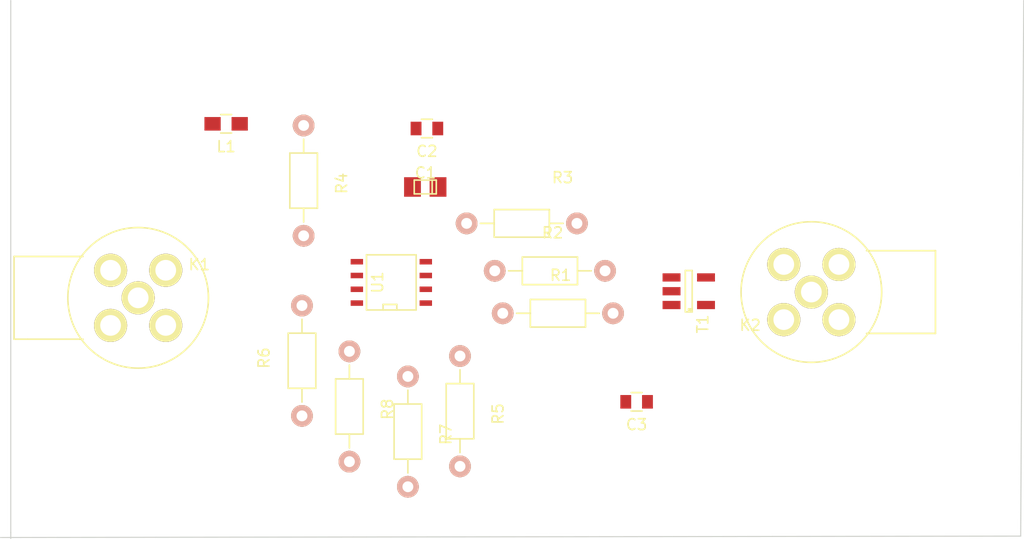
<source format=kicad_pcb>
(kicad_pcb (version 4) (host pcbnew 4.0.1-3.201512221401+6198~38~ubuntu15.10.1-stable)

  (general
    (links 30)
    (no_connects 22)
    (area 111.992999 91.919666 188.489001 124.256001)
    (thickness 1.6)
    (drawings 4)
    (tracks 0)
    (zones 0)
    (modules 16)
    (nets 17)
  )

  (page A4)
  (layers
    (0 F.Cu signal)
    (31 B.Cu signal)
    (32 B.Adhes user)
    (33 F.Adhes user)
    (34 B.Paste user)
    (35 F.Paste user)
    (36 B.SilkS user)
    (37 F.SilkS user)
    (38 B.Mask user)
    (39 F.Mask user)
    (40 Dwgs.User user)
    (41 Cmts.User user)
    (42 Eco1.User user)
    (43 Eco2.User user)
    (44 Edge.Cuts user)
    (45 Margin user)
    (46 B.CrtYd user)
    (47 F.CrtYd user)
    (48 B.Fab user)
    (49 F.Fab user)
  )

  (setup
    (last_trace_width 0.25)
    (trace_clearance 0.2)
    (zone_clearance 0.508)
    (zone_45_only no)
    (trace_min 0.2)
    (segment_width 0.2)
    (edge_width 0.1)
    (via_size 0.6)
    (via_drill 0.4)
    (via_min_size 0.4)
    (via_min_drill 0.3)
    (uvia_size 0.3)
    (uvia_drill 0.1)
    (uvias_allowed no)
    (uvia_min_size 0)
    (uvia_min_drill 0)
    (pcb_text_width 0.3)
    (pcb_text_size 1.5 1.5)
    (mod_edge_width 0.15)
    (mod_text_size 1 1)
    (mod_text_width 0.15)
    (pad_size 1.5 1.5)
    (pad_drill 0.6)
    (pad_to_mask_clearance 0)
    (aux_axis_origin 0 0)
    (visible_elements FFFFFF7F)
    (pcbplotparams
      (layerselection 0x010f0_80000001)
      (usegerberextensions false)
      (excludeedgelayer true)
      (linewidth 0.100000)
      (plotframeref false)
      (viasonmask false)
      (mode 1)
      (useauxorigin false)
      (hpglpennumber 1)
      (hpglpenspeed 20)
      (hpglpendiameter 15)
      (hpglpenoverlay 2)
      (psnegative false)
      (psa4output false)
      (plotreference true)
      (plotvalue true)
      (plotinvisibletext false)
      (padsonsilk false)
      (subtractmaskfromsilk false)
      (outputformat 1)
      (mirror false)
      (drillshape 0)
      (scaleselection 1)
      (outputdirectory gerber/))
  )

  (net 0 "")
  (net 1 "Net-(C1-Pad1)")
  (net 2 GND)
  (net 3 "Net-(C3-Pad1)")
  (net 4 "Net-(C3-Pad2)")
  (net 5 "Net-(K1-Pad1)")
  (net 6 +12V)
  (net 7 "Net-(R1-Pad1)")
  (net 8 "Net-(R1-Pad2)")
  (net 9 "Net-(R2-Pad1)")
  (net 10 "Net-(R2-Pad2)")
  (net 11 "Net-(R3-Pad1)")
  (net 12 "Net-(R5-Pad1)")
  (net 13 "Net-(R6-Pad1)")
  (net 14 "Net-(R7-Pad2)")
  (net 15 "Net-(R8-Pad1)")
  (net 16 "Net-(T1-Pad2)")

  (net_class Default "This is the default net class."
    (clearance 0.2)
    (trace_width 0.25)
    (via_dia 0.6)
    (via_drill 0.4)
    (uvia_dia 0.3)
    (uvia_drill 0.1)
    (add_net "Net-(C3-Pad1)")
    (add_net "Net-(C3-Pad2)")
    (add_net "Net-(K1-Pad1)")
    (add_net "Net-(R1-Pad1)")
    (add_net "Net-(R1-Pad2)")
    (add_net "Net-(R2-Pad1)")
    (add_net "Net-(R2-Pad2)")
    (add_net "Net-(R3-Pad1)")
    (add_net "Net-(R5-Pad1)")
    (add_net "Net-(R6-Pad1)")
    (add_net "Net-(R7-Pad2)")
    (add_net "Net-(R8-Pad1)")
    (add_net "Net-(T1-Pad2)")
  )

  (net_class power ""
    (clearance 0.2)
    (trace_width 0.508)
    (via_dia 0.6)
    (via_drill 0.4)
    (uvia_dia 0.3)
    (uvia_drill 0.1)
    (add_net +12V)
    (add_net GND)
    (add_net "Net-(C1-Pad1)")
  )

  (module Capacitors_Tantalum_SMD:TantalC_SizeR_EIA-2012 (layer F.Cu) (tedit 0) (tstamp 57770862)
    (at 135.1534 99.7204)
    (descr "Tantal Cap. , Size C, EIA-2012")
    (path /569C2287)
    (fp_text reference C1 (at 0.0254 -1.2954) (layer F.SilkS)
      (effects (font (size 1 1) (thickness 0.15)))
    )
    (fp_text value "10 uF/16V" (at 0 1.27) (layer F.Fab)
      (effects (font (size 1 1) (thickness 0.15)))
    )
    (fp_line (start 0.635 -0.635) (end 0.635 0.635) (layer F.SilkS) (width 0.15))
    (fp_line (start -1.016 -0.635) (end -1.016 0.635) (layer F.SilkS) (width 0.15))
    (fp_line (start -1.016 0.635) (end 1.016 0.635) (layer F.SilkS) (width 0.15))
    (fp_line (start 1.016 0.635) (end 1.016 -0.635) (layer F.SilkS) (width 0.15))
    (fp_line (start 1.016 -0.635) (end -1.016 -0.635) (layer F.SilkS) (width 0.15))
    (pad 1 smd rect (at 1.17602 0) (size 1.5494 1.80086) (layers F.Cu F.Paste F.Mask)
      (net 1 "Net-(C1-Pad1)"))
    (pad 2 smd rect (at -1.17602 0) (size 1.5494 1.80086) (layers F.Cu F.Paste F.Mask)
      (net 2 GND))
    (model Capacitors_Tantalum_SMD.3dshapes/TantalC_SizeR_EIA-2012.wrl
      (at (xyz 0 0 0))
      (scale (xyz 1 1 1))
      (rotate (xyz 0 0 0))
    )
  )

  (module Capacitors_SMD:C_0805 (layer F.Cu) (tedit 5415D6EA) (tstamp 5777086E)
    (at 135.3058 94.3356 180)
    (descr "Capacitor SMD 0805, reflow soldering, AVX (see smccp.pdf)")
    (tags "capacitor 0805")
    (path /569C22BC)
    (attr smd)
    (fp_text reference C2 (at 0 -2.1 180) (layer F.SilkS)
      (effects (font (size 1 1) (thickness 0.15)))
    )
    (fp_text value "100 nF" (at 0 2.1 180) (layer F.Fab)
      (effects (font (size 1 1) (thickness 0.15)))
    )
    (fp_line (start -1.8 -1) (end 1.8 -1) (layer F.CrtYd) (width 0.05))
    (fp_line (start -1.8 1) (end 1.8 1) (layer F.CrtYd) (width 0.05))
    (fp_line (start -1.8 -1) (end -1.8 1) (layer F.CrtYd) (width 0.05))
    (fp_line (start 1.8 -1) (end 1.8 1) (layer F.CrtYd) (width 0.05))
    (fp_line (start 0.5 -0.85) (end -0.5 -0.85) (layer F.SilkS) (width 0.15))
    (fp_line (start -0.5 0.85) (end 0.5 0.85) (layer F.SilkS) (width 0.15))
    (pad 1 smd rect (at -1 0 180) (size 1 1.25) (layers F.Cu F.Paste F.Mask)
      (net 1 "Net-(C1-Pad1)"))
    (pad 2 smd rect (at 1 0 180) (size 1 1.25) (layers F.Cu F.Paste F.Mask)
      (net 2 GND))
    (model Capacitors_SMD.3dshapes/C_0805.wrl
      (at (xyz 0 0 0))
      (scale (xyz 1 1 1))
      (rotate (xyz 0 0 0))
    )
  )

  (module Capacitors_SMD:C_0805 (layer F.Cu) (tedit 5415D6EA) (tstamp 5777087A)
    (at 154.6192 119.507 180)
    (descr "Capacitor SMD 0805, reflow soldering, AVX (see smccp.pdf)")
    (tags "capacitor 0805")
    (path /569C378F)
    (attr smd)
    (fp_text reference C3 (at 0 -2.1 180) (layer F.SilkS)
      (effects (font (size 1 1) (thickness 0.15)))
    )
    (fp_text value "100 nF" (at 0 2.1 180) (layer F.Fab)
      (effects (font (size 1 1) (thickness 0.15)))
    )
    (fp_line (start -1.8 -1) (end 1.8 -1) (layer F.CrtYd) (width 0.05))
    (fp_line (start -1.8 1) (end 1.8 1) (layer F.CrtYd) (width 0.05))
    (fp_line (start -1.8 -1) (end -1.8 1) (layer F.CrtYd) (width 0.05))
    (fp_line (start 1.8 -1) (end 1.8 1) (layer F.CrtYd) (width 0.05))
    (fp_line (start 0.5 -0.85) (end -0.5 -0.85) (layer F.SilkS) (width 0.15))
    (fp_line (start -0.5 0.85) (end 0.5 0.85) (layer F.SilkS) (width 0.15))
    (pad 1 smd rect (at -1 0 180) (size 1 1.25) (layers F.Cu F.Paste F.Mask)
      (net 3 "Net-(C3-Pad1)"))
    (pad 2 smd rect (at 1 0 180) (size 1 1.25) (layers F.Cu F.Paste F.Mask)
      (net 4 "Net-(C3-Pad2)"))
    (model Capacitors_SMD.3dshapes/C_0805.wrl
      (at (xyz 0 0 0))
      (scale (xyz 1 1 1))
      (rotate (xyz 0 0 0))
    )
  )

  (module minicircuits:SMA_F_RA (layer F.Cu) (tedit 569BF56B) (tstamp 57770888)
    (at 108.712 109.9312 180)
    (path /569BF9B6)
    (fp_text reference K1 (at -5.63 3.06 180) (layer F.SilkS)
      (effects (font (size 1 1) (thickness 0.15)))
    )
    (fp_text value "SMA F R/A" (at -6.16 -3.02 180) (layer F.Fab)
      (effects (font (size 1 1) (thickness 0.15)))
    )
    (fp_line (start 5.08 -3.81) (end 10.16 -3.81) (layer F.SilkS) (width 0.15))
    (fp_line (start 10.16 -3.81) (end 11.43 -3.81) (layer F.SilkS) (width 0.15))
    (fp_line (start 11.43 -3.81) (end 11.43 3.81) (layer F.SilkS) (width 0.15))
    (fp_line (start 11.43 3.81) (end 5.08 3.81) (layer F.SilkS) (width 0.15))
    (fp_circle (center 0 0) (end -1.27 -6.35) (layer F.SilkS) (width 0.15))
    (pad 1 thru_hole circle (at 0 0 180) (size 3.048 3.048) (drill 1.905) (layers *.Cu *.Mask F.SilkS)
      (net 5 "Net-(K1-Pad1)"))
    (pad 2 thru_hole circle (at 2.54 -2.54 180) (size 3.048 3.048) (drill 1.905) (layers *.Cu *.Mask F.SilkS)
      (net 2 GND))
    (pad 3 thru_hole circle (at 2.54 2.54 180) (size 3.048 3.048) (drill 1.905) (layers *.Cu *.Mask F.SilkS)
      (net 2 GND))
    (pad 4 thru_hole circle (at -2.54 2.54 180) (size 3.048 3.048) (drill 1.905) (layers *.Cu *.Mask F.SilkS)
      (net 2 GND))
    (pad 5 thru_hole circle (at -2.54 -2.54 180) (size 3.048 3.048) (drill 1.905) (layers *.Cu *.Mask F.SilkS)
      (net 2 GND))
  )

  (module minicircuits:SMA_F_RA (layer F.Cu) (tedit 569BF56B) (tstamp 57770896)
    (at 170.7134 109.3978)
    (path /569C519C)
    (fp_text reference K2 (at -5.63 3.06) (layer F.SilkS)
      (effects (font (size 1 1) (thickness 0.15)))
    )
    (fp_text value "SMA F R/A" (at -6.16 -3.02) (layer F.Fab)
      (effects (font (size 1 1) (thickness 0.15)))
    )
    (fp_line (start 5.08 -3.81) (end 10.16 -3.81) (layer F.SilkS) (width 0.15))
    (fp_line (start 10.16 -3.81) (end 11.43 -3.81) (layer F.SilkS) (width 0.15))
    (fp_line (start 11.43 -3.81) (end 11.43 3.81) (layer F.SilkS) (width 0.15))
    (fp_line (start 11.43 3.81) (end 5.08 3.81) (layer F.SilkS) (width 0.15))
    (fp_circle (center 0 0) (end -1.27 -6.35) (layer F.SilkS) (width 0.15))
    (pad 1 thru_hole circle (at 0 0) (size 3.048 3.048) (drill 1.905) (layers *.Cu *.Mask F.SilkS)
      (net 3 "Net-(C3-Pad1)"))
    (pad 2 thru_hole circle (at 2.54 -2.54) (size 3.048 3.048) (drill 1.905) (layers *.Cu *.Mask F.SilkS)
      (net 2 GND))
    (pad 3 thru_hole circle (at 2.54 2.54) (size 3.048 3.048) (drill 1.905) (layers *.Cu *.Mask F.SilkS)
      (net 2 GND))
    (pad 4 thru_hole circle (at -2.54 2.54) (size 3.048 3.048) (drill 1.905) (layers *.Cu *.Mask F.SilkS)
      (net 2 GND))
    (pad 5 thru_hole circle (at -2.54 -2.54) (size 3.048 3.048) (drill 1.905) (layers *.Cu *.Mask F.SilkS)
      (net 2 GND))
  )

  (module Capacitors_SMD:C_0805_HandSoldering (layer F.Cu) (tedit 541A9B8D) (tstamp 577708A2)
    (at 116.8146 93.9038 180)
    (descr "Capacitor SMD 0805, hand soldering")
    (tags "capacitor 0805")
    (path /569C28E4)
    (attr smd)
    (fp_text reference L1 (at 0 -2.1 180) (layer F.SilkS)
      (effects (font (size 1 1) (thickness 0.15)))
    )
    (fp_text value Ferrite (at 0 2.1 180) (layer F.Fab)
      (effects (font (size 1 1) (thickness 0.15)))
    )
    (fp_line (start -2.3 -1) (end 2.3 -1) (layer F.CrtYd) (width 0.05))
    (fp_line (start -2.3 1) (end 2.3 1) (layer F.CrtYd) (width 0.05))
    (fp_line (start -2.3 -1) (end -2.3 1) (layer F.CrtYd) (width 0.05))
    (fp_line (start 2.3 -1) (end 2.3 1) (layer F.CrtYd) (width 0.05))
    (fp_line (start 0.5 -0.85) (end -0.5 -0.85) (layer F.SilkS) (width 0.15))
    (fp_line (start -0.5 0.85) (end 0.5 0.85) (layer F.SilkS) (width 0.15))
    (pad 1 smd rect (at -1.25 0 180) (size 1.5 1.25) (layers F.Cu F.Paste F.Mask)
      (net 1 "Net-(C1-Pad1)"))
    (pad 2 smd rect (at 1.25 0 180) (size 1.5 1.25) (layers F.Cu F.Paste F.Mask)
      (net 6 +12V))
    (model Capacitors_SMD.3dshapes/C_0805_HandSoldering.wrl
      (at (xyz 0 0 0))
      (scale (xyz 1 1 1))
      (rotate (xyz 0 0 0))
    )
  )

  (module Resistors_ThroughHole:Resistor_Horizontal_RM10mm (layer F.Cu) (tedit 56648415) (tstamp 577708B2)
    (at 142.2908 111.3536)
    (descr "Resistor, Axial,  RM 10mm, 1/3W")
    (tags "Resistor Axial RM 10mm 1/3W")
    (path /569BFC06)
    (fp_text reference R1 (at 5.32892 -3.50012) (layer F.SilkS)
      (effects (font (size 1 1) (thickness 0.15)))
    )
    (fp_text value 100 (at 5.08 3.81 180) (layer F.Fab)
      (effects (font (size 1 1) (thickness 0.15)))
    )
    (fp_line (start -1.25 -1.5) (end 11.4 -1.5) (layer F.CrtYd) (width 0.05))
    (fp_line (start -1.25 1.5) (end -1.25 -1.5) (layer F.CrtYd) (width 0.05))
    (fp_line (start 11.4 -1.5) (end 11.4 1.5) (layer F.CrtYd) (width 0.05))
    (fp_line (start -1.25 1.5) (end 11.4 1.5) (layer F.CrtYd) (width 0.05))
    (fp_line (start 2.54 -1.27) (end 7.62 -1.27) (layer F.SilkS) (width 0.15))
    (fp_line (start 7.62 -1.27) (end 7.62 1.27) (layer F.SilkS) (width 0.15))
    (fp_line (start 7.62 1.27) (end 2.54 1.27) (layer F.SilkS) (width 0.15))
    (fp_line (start 2.54 1.27) (end 2.54 -1.27) (layer F.SilkS) (width 0.15))
    (fp_line (start 2.54 0) (end 1.27 0) (layer F.SilkS) (width 0.15))
    (fp_line (start 7.62 0) (end 8.89 0) (layer F.SilkS) (width 0.15))
    (pad 1 thru_hole circle (at 0 0) (size 1.99898 1.99898) (drill 1.00076) (layers *.Cu *.SilkS *.Mask)
      (net 7 "Net-(R1-Pad1)"))
    (pad 2 thru_hole circle (at 10.16 0) (size 1.99898 1.99898) (drill 1.00076) (layers *.Cu *.SilkS *.Mask)
      (net 8 "Net-(R1-Pad2)"))
    (model Resistors_ThroughHole.3dshapes/Resistor_Horizontal_RM10mm.wrl
      (at (xyz 0.2 0 0))
      (scale (xyz 0.4 0.4 0.4))
      (rotate (xyz 0 0 0))
    )
  )

  (module Resistors_ThroughHole:Resistor_Horizontal_RM10mm (layer F.Cu) (tedit 56648415) (tstamp 577708C2)
    (at 141.5542 107.442)
    (descr "Resistor, Axial,  RM 10mm, 1/3W")
    (tags "Resistor Axial RM 10mm 1/3W")
    (path /569BFCE6)
    (fp_text reference R2 (at 5.32892 -3.50012) (layer F.SilkS)
      (effects (font (size 1 1) (thickness 0.15)))
    )
    (fp_text value 100 (at 5.08 3.81) (layer F.Fab)
      (effects (font (size 1 1) (thickness 0.15)))
    )
    (fp_line (start -1.25 -1.5) (end 11.4 -1.5) (layer F.CrtYd) (width 0.05))
    (fp_line (start -1.25 1.5) (end -1.25 -1.5) (layer F.CrtYd) (width 0.05))
    (fp_line (start 11.4 -1.5) (end 11.4 1.5) (layer F.CrtYd) (width 0.05))
    (fp_line (start -1.25 1.5) (end 11.4 1.5) (layer F.CrtYd) (width 0.05))
    (fp_line (start 2.54 -1.27) (end 7.62 -1.27) (layer F.SilkS) (width 0.15))
    (fp_line (start 7.62 -1.27) (end 7.62 1.27) (layer F.SilkS) (width 0.15))
    (fp_line (start 7.62 1.27) (end 2.54 1.27) (layer F.SilkS) (width 0.15))
    (fp_line (start 2.54 1.27) (end 2.54 -1.27) (layer F.SilkS) (width 0.15))
    (fp_line (start 2.54 0) (end 1.27 0) (layer F.SilkS) (width 0.15))
    (fp_line (start 7.62 0) (end 8.89 0) (layer F.SilkS) (width 0.15))
    (pad 1 thru_hole circle (at 0 0) (size 1.99898 1.99898) (drill 1.00076) (layers *.Cu *.SilkS *.Mask)
      (net 9 "Net-(R2-Pad1)"))
    (pad 2 thru_hole circle (at 10.16 0) (size 1.99898 1.99898) (drill 1.00076) (layers *.Cu *.SilkS *.Mask)
      (net 10 "Net-(R2-Pad2)"))
    (model Resistors_ThroughHole.3dshapes/Resistor_Horizontal_RM10mm.wrl
      (at (xyz 0.2 0 0))
      (scale (xyz 0.4 0.4 0.4))
      (rotate (xyz 0 0 0))
    )
  )

  (module Resistors_ThroughHole:Resistor_Horizontal_RM10mm (layer F.Cu) (tedit 56648415) (tstamp 577708D2)
    (at 149.1234 103.0732 180)
    (descr "Resistor, Axial,  RM 10mm, 1/3W")
    (tags "Resistor Axial RM 10mm 1/3W")
    (path /569C0A5D)
    (fp_text reference R3 (at 1.3208 4.2164 180) (layer F.SilkS)
      (effects (font (size 1 1) (thickness 0.15)))
    )
    (fp_text value 1K (at 5.08 3.81 180) (layer F.Fab)
      (effects (font (size 1 1) (thickness 0.15)))
    )
    (fp_line (start -1.25 -1.5) (end 11.4 -1.5) (layer F.CrtYd) (width 0.05))
    (fp_line (start -1.25 1.5) (end -1.25 -1.5) (layer F.CrtYd) (width 0.05))
    (fp_line (start 11.4 -1.5) (end 11.4 1.5) (layer F.CrtYd) (width 0.05))
    (fp_line (start -1.25 1.5) (end 11.4 1.5) (layer F.CrtYd) (width 0.05))
    (fp_line (start 2.54 -1.27) (end 7.62 -1.27) (layer F.SilkS) (width 0.15))
    (fp_line (start 7.62 -1.27) (end 7.62 1.27) (layer F.SilkS) (width 0.15))
    (fp_line (start 7.62 1.27) (end 2.54 1.27) (layer F.SilkS) (width 0.15))
    (fp_line (start 2.54 1.27) (end 2.54 -1.27) (layer F.SilkS) (width 0.15))
    (fp_line (start 2.54 0) (end 1.27 0) (layer F.SilkS) (width 0.15))
    (fp_line (start 7.62 0) (end 8.89 0) (layer F.SilkS) (width 0.15))
    (pad 1 thru_hole circle (at 0 0 180) (size 1.99898 1.99898) (drill 1.00076) (layers *.Cu *.SilkS *.Mask)
      (net 11 "Net-(R3-Pad1)"))
    (pad 2 thru_hole circle (at 10.16 0 180) (size 1.99898 1.99898) (drill 1.00076) (layers *.Cu *.SilkS *.Mask)
      (net 2 GND))
    (model Resistors_ThroughHole.3dshapes/Resistor_Horizontal_RM10mm.wrl
      (at (xyz 0.2 0 0))
      (scale (xyz 0.4 0.4 0.4))
      (rotate (xyz 0 0 0))
    )
  )

  (module Resistors_ThroughHole:Resistor_Horizontal_RM10mm (layer F.Cu) (tedit 56648415) (tstamp 577708E2)
    (at 123.952 94.0562 270)
    (descr "Resistor, Axial,  RM 10mm, 1/3W")
    (tags "Resistor Axial RM 10mm 1/3W")
    (path /569C2114)
    (fp_text reference R4 (at 5.32892 -3.50012 270) (layer F.SilkS)
      (effects (font (size 1 1) (thickness 0.15)))
    )
    (fp_text value 1K (at 5.08 3.81 270) (layer F.Fab)
      (effects (font (size 1 1) (thickness 0.15)))
    )
    (fp_line (start -1.25 -1.5) (end 11.4 -1.5) (layer F.CrtYd) (width 0.05))
    (fp_line (start -1.25 1.5) (end -1.25 -1.5) (layer F.CrtYd) (width 0.05))
    (fp_line (start 11.4 -1.5) (end 11.4 1.5) (layer F.CrtYd) (width 0.05))
    (fp_line (start -1.25 1.5) (end 11.4 1.5) (layer F.CrtYd) (width 0.05))
    (fp_line (start 2.54 -1.27) (end 7.62 -1.27) (layer F.SilkS) (width 0.15))
    (fp_line (start 7.62 -1.27) (end 7.62 1.27) (layer F.SilkS) (width 0.15))
    (fp_line (start 7.62 1.27) (end 2.54 1.27) (layer F.SilkS) (width 0.15))
    (fp_line (start 2.54 1.27) (end 2.54 -1.27) (layer F.SilkS) (width 0.15))
    (fp_line (start 2.54 0) (end 1.27 0) (layer F.SilkS) (width 0.15))
    (fp_line (start 7.62 0) (end 8.89 0) (layer F.SilkS) (width 0.15))
    (pad 1 thru_hole circle (at 0 0 270) (size 1.99898 1.99898) (drill 1.00076) (layers *.Cu *.SilkS *.Mask)
      (net 1 "Net-(C1-Pad1)"))
    (pad 2 thru_hole circle (at 10.16 0 270) (size 1.99898 1.99898) (drill 1.00076) (layers *.Cu *.SilkS *.Mask)
      (net 11 "Net-(R3-Pad1)"))
    (model Resistors_ThroughHole.3dshapes/Resistor_Horizontal_RM10mm.wrl
      (at (xyz 0.2 0 0))
      (scale (xyz 0.4 0.4 0.4))
      (rotate (xyz 0 0 0))
    )
  )

  (module Resistors_ThroughHole:Resistor_Horizontal_RM10mm (layer F.Cu) (tedit 56648415) (tstamp 577708F2)
    (at 138.3538 115.2906 270)
    (descr "Resistor, Axial,  RM 10mm, 1/3W")
    (tags "Resistor Axial RM 10mm 1/3W")
    (path /569C1EA7)
    (fp_text reference R5 (at 5.32892 -3.50012 270) (layer F.SilkS)
      (effects (font (size 1 1) (thickness 0.15)))
    )
    (fp_text value 1K (at 5.08 3.81 270) (layer F.Fab)
      (effects (font (size 1 1) (thickness 0.15)))
    )
    (fp_line (start -1.25 -1.5) (end 11.4 -1.5) (layer F.CrtYd) (width 0.05))
    (fp_line (start -1.25 1.5) (end -1.25 -1.5) (layer F.CrtYd) (width 0.05))
    (fp_line (start 11.4 -1.5) (end 11.4 1.5) (layer F.CrtYd) (width 0.05))
    (fp_line (start -1.25 1.5) (end 11.4 1.5) (layer F.CrtYd) (width 0.05))
    (fp_line (start 2.54 -1.27) (end 7.62 -1.27) (layer F.SilkS) (width 0.15))
    (fp_line (start 7.62 -1.27) (end 7.62 1.27) (layer F.SilkS) (width 0.15))
    (fp_line (start 7.62 1.27) (end 2.54 1.27) (layer F.SilkS) (width 0.15))
    (fp_line (start 2.54 1.27) (end 2.54 -1.27) (layer F.SilkS) (width 0.15))
    (fp_line (start 2.54 0) (end 1.27 0) (layer F.SilkS) (width 0.15))
    (fp_line (start 7.62 0) (end 8.89 0) (layer F.SilkS) (width 0.15))
    (pad 1 thru_hole circle (at 0 0 270) (size 1.99898 1.99898) (drill 1.00076) (layers *.Cu *.SilkS *.Mask)
      (net 12 "Net-(R5-Pad1)"))
    (pad 2 thru_hole circle (at 10.16 0 270) (size 1.99898 1.99898) (drill 1.00076) (layers *.Cu *.SilkS *.Mask)
      (net 7 "Net-(R1-Pad1)"))
    (model Resistors_ThroughHole.3dshapes/Resistor_Horizontal_RM10mm.wrl
      (at (xyz 0.2 0 0))
      (scale (xyz 0.4 0.4 0.4))
      (rotate (xyz 0 0 0))
    )
  )

  (module Resistors_ThroughHole:Resistor_Horizontal_RM10mm (layer F.Cu) (tedit 56648415) (tstamp 57770902)
    (at 123.7996 120.8024 90)
    (descr "Resistor, Axial,  RM 10mm, 1/3W")
    (tags "Resistor Axial RM 10mm 1/3W")
    (path /569C1D63)
    (fp_text reference R6 (at 5.32892 -3.50012 90) (layer F.SilkS)
      (effects (font (size 1 1) (thickness 0.15)))
    )
    (fp_text value 1K (at 5.08 3.81 90) (layer F.Fab)
      (effects (font (size 1 1) (thickness 0.15)))
    )
    (fp_line (start -1.25 -1.5) (end 11.4 -1.5) (layer F.CrtYd) (width 0.05))
    (fp_line (start -1.25 1.5) (end -1.25 -1.5) (layer F.CrtYd) (width 0.05))
    (fp_line (start 11.4 -1.5) (end 11.4 1.5) (layer F.CrtYd) (width 0.05))
    (fp_line (start -1.25 1.5) (end 11.4 1.5) (layer F.CrtYd) (width 0.05))
    (fp_line (start 2.54 -1.27) (end 7.62 -1.27) (layer F.SilkS) (width 0.15))
    (fp_line (start 7.62 -1.27) (end 7.62 1.27) (layer F.SilkS) (width 0.15))
    (fp_line (start 7.62 1.27) (end 2.54 1.27) (layer F.SilkS) (width 0.15))
    (fp_line (start 2.54 1.27) (end 2.54 -1.27) (layer F.SilkS) (width 0.15))
    (fp_line (start 2.54 0) (end 1.27 0) (layer F.SilkS) (width 0.15))
    (fp_line (start 7.62 0) (end 8.89 0) (layer F.SilkS) (width 0.15))
    (pad 1 thru_hole circle (at 0 0 90) (size 1.99898 1.99898) (drill 1.00076) (layers *.Cu *.SilkS *.Mask)
      (net 13 "Net-(R6-Pad1)"))
    (pad 2 thru_hole circle (at 10.16 0 90) (size 1.99898 1.99898) (drill 1.00076) (layers *.Cu *.SilkS *.Mask)
      (net 9 "Net-(R2-Pad1)"))
    (model Resistors_ThroughHole.3dshapes/Resistor_Horizontal_RM10mm.wrl
      (at (xyz 0.2 0 0))
      (scale (xyz 0.4 0.4 0.4))
      (rotate (xyz 0 0 0))
    )
  )

  (module Resistors_ThroughHole:Resistor_Horizontal_RM10mm (layer F.Cu) (tedit 56648415) (tstamp 57770912)
    (at 133.5532 117.1702 270)
    (descr "Resistor, Axial,  RM 10mm, 1/3W")
    (tags "Resistor Axial RM 10mm 1/3W")
    (path /569C2EB2)
    (fp_text reference R7 (at 5.32892 -3.50012 270) (layer F.SilkS)
      (effects (font (size 1 1) (thickness 0.15)))
    )
    (fp_text value 4R99 (at 5.08 3.81 270) (layer F.Fab)
      (effects (font (size 1 1) (thickness 0.15)))
    )
    (fp_line (start -1.25 -1.5) (end 11.4 -1.5) (layer F.CrtYd) (width 0.05))
    (fp_line (start -1.25 1.5) (end -1.25 -1.5) (layer F.CrtYd) (width 0.05))
    (fp_line (start 11.4 -1.5) (end 11.4 1.5) (layer F.CrtYd) (width 0.05))
    (fp_line (start -1.25 1.5) (end 11.4 1.5) (layer F.CrtYd) (width 0.05))
    (fp_line (start 2.54 -1.27) (end 7.62 -1.27) (layer F.SilkS) (width 0.15))
    (fp_line (start 7.62 -1.27) (end 7.62 1.27) (layer F.SilkS) (width 0.15))
    (fp_line (start 7.62 1.27) (end 2.54 1.27) (layer F.SilkS) (width 0.15))
    (fp_line (start 2.54 1.27) (end 2.54 -1.27) (layer F.SilkS) (width 0.15))
    (fp_line (start 2.54 0) (end 1.27 0) (layer F.SilkS) (width 0.15))
    (fp_line (start 7.62 0) (end 8.89 0) (layer F.SilkS) (width 0.15))
    (pad 1 thru_hole circle (at 0 0 270) (size 1.99898 1.99898) (drill 1.00076) (layers *.Cu *.SilkS *.Mask)
      (net 12 "Net-(R5-Pad1)"))
    (pad 2 thru_hole circle (at 10.16 0 270) (size 1.99898 1.99898) (drill 1.00076) (layers *.Cu *.SilkS *.Mask)
      (net 14 "Net-(R7-Pad2)"))
    (model Resistors_ThroughHole.3dshapes/Resistor_Horizontal_RM10mm.wrl
      (at (xyz 0.2 0 0))
      (scale (xyz 0.4 0.4 0.4))
      (rotate (xyz 0 0 0))
    )
  )

  (module Resistors_ThroughHole:Resistor_Horizontal_RM10mm (layer F.Cu) (tedit 56648415) (tstamp 57770922)
    (at 128.1684 114.8588 270)
    (descr "Resistor, Axial,  RM 10mm, 1/3W")
    (tags "Resistor Axial RM 10mm 1/3W")
    (path /569C2F0F)
    (fp_text reference R8 (at 5.32892 -3.50012 270) (layer F.SilkS)
      (effects (font (size 1 1) (thickness 0.15)))
    )
    (fp_text value 4R99 (at 5.08 3.81 270) (layer F.Fab)
      (effects (font (size 1 1) (thickness 0.15)))
    )
    (fp_line (start -1.25 -1.5) (end 11.4 -1.5) (layer F.CrtYd) (width 0.05))
    (fp_line (start -1.25 1.5) (end -1.25 -1.5) (layer F.CrtYd) (width 0.05))
    (fp_line (start 11.4 -1.5) (end 11.4 1.5) (layer F.CrtYd) (width 0.05))
    (fp_line (start -1.25 1.5) (end 11.4 1.5) (layer F.CrtYd) (width 0.05))
    (fp_line (start 2.54 -1.27) (end 7.62 -1.27) (layer F.SilkS) (width 0.15))
    (fp_line (start 7.62 -1.27) (end 7.62 1.27) (layer F.SilkS) (width 0.15))
    (fp_line (start 7.62 1.27) (end 2.54 1.27) (layer F.SilkS) (width 0.15))
    (fp_line (start 2.54 1.27) (end 2.54 -1.27) (layer F.SilkS) (width 0.15))
    (fp_line (start 2.54 0) (end 1.27 0) (layer F.SilkS) (width 0.15))
    (fp_line (start 7.62 0) (end 8.89 0) (layer F.SilkS) (width 0.15))
    (pad 1 thru_hole circle (at 0 0 270) (size 1.99898 1.99898) (drill 1.00076) (layers *.Cu *.SilkS *.Mask)
      (net 15 "Net-(R8-Pad1)"))
    (pad 2 thru_hole circle (at 10.16 0 270) (size 1.99898 1.99898) (drill 1.00076) (layers *.Cu *.SilkS *.Mask)
      (net 13 "Net-(R6-Pad1)"))
    (model Resistors_ThroughHole.3dshapes/Resistor_Horizontal_RM10mm.wrl
      (at (xyz 0.2 0 0))
      (scale (xyz 0.4 0.4 0.4))
      (rotate (xyz 0 0 0))
    )
  )

  (module minicircuits:TC4-1T (layer F.Cu) (tedit 569BF91A) (tstamp 57770934)
    (at 161.0106 110.5916 90)
    (path /569BF820)
    (fp_text reference T1 (at -1.75 -0.3 90) (layer F.SilkS)
      (effects (font (size 1 1) (thickness 0.15)))
    )
    (fp_text value TC4-1T (at 1.35 -1.5 90) (layer F.Fab) hide
      (effects (font (size 0.5 0.5) (thickness 0.125)))
    )
    (fp_line (start -0.45 -1.3) (end -0.45 -1.6) (layer F.SilkS) (width 0.15))
    (fp_line (start -0.45 -1.6) (end -0.35 -1.6) (layer F.SilkS) (width 0.15))
    (fp_line (start -0.35 -1.35) (end -0.35 -1.6) (layer F.SilkS) (width 0.15))
    (fp_line (start -0.35 -1.6) (end -0.55 -1.6) (layer F.SilkS) (width 0.15))
    (fp_line (start -0.55 -1.6) (end -0.5 -1.4) (layer F.SilkS) (width 0.15))
    (fp_line (start -0.635 -1.27) (end 3.175 -1.27) (layer F.SilkS) (width 0.15))
    (fp_line (start 3.175 -1.27) (end 3.175 -1.905) (layer F.SilkS) (width 0.15))
    (fp_line (start 3.175 -1.905) (end -0.635 -1.905) (layer F.SilkS) (width 0.15))
    (fp_line (start -0.635 -1.905) (end -0.635 -1.27) (layer F.SilkS) (width 0.15))
    (pad 5 smd rect (at 0 0 90) (size 0.76 1.65) (layers F.Cu F.Paste F.Mask))
    (pad 4 smd rect (at 2.54 0 90) (size 0.76 1.65) (layers F.Cu F.Paste F.Mask)
      (net 2 GND))
    (pad 1 smd rect (at 0 -3.175 90) (size 0.76 1.65) (layers F.Cu F.Paste F.Mask)
      (net 8 "Net-(R1-Pad2)"))
    (pad 2 smd rect (at 1.27 -3.175 90) (size 0.76 1.65) (layers F.Cu F.Paste F.Mask)
      (net 16 "Net-(T1-Pad2)"))
    (pad 3 smd rect (at 2.54 -3.175 90) (size 0.76 1.65) (layers F.Cu F.Paste F.Mask)
      (net 10 "Net-(R2-Pad2)"))
  )

  (module SMD_Packages:SOIC-8-N (layer F.Cu) (tedit 0) (tstamp 57770947)
    (at 132.0292 108.5088 90)
    (descr "Module Narrow CMS SOJ 8 pins large")
    (tags "CMS SOJ")
    (path /569C088B)
    (attr smd)
    (fp_text reference U1 (at 0 -1.27 90) (layer F.SilkS)
      (effects (font (size 1 1) (thickness 0.15)))
    )
    (fp_text value OPA26741C (at 0 1.27 90) (layer F.Fab)
      (effects (font (size 1 1) (thickness 0.15)))
    )
    (fp_line (start -2.54 -2.286) (end 2.54 -2.286) (layer F.SilkS) (width 0.15))
    (fp_line (start 2.54 -2.286) (end 2.54 2.286) (layer F.SilkS) (width 0.15))
    (fp_line (start 2.54 2.286) (end -2.54 2.286) (layer F.SilkS) (width 0.15))
    (fp_line (start -2.54 2.286) (end -2.54 -2.286) (layer F.SilkS) (width 0.15))
    (fp_line (start -2.54 -0.762) (end -2.032 -0.762) (layer F.SilkS) (width 0.15))
    (fp_line (start -2.032 -0.762) (end -2.032 0.508) (layer F.SilkS) (width 0.15))
    (fp_line (start -2.032 0.508) (end -2.54 0.508) (layer F.SilkS) (width 0.15))
    (pad 8 smd rect (at -1.905 -3.175 90) (size 0.508 1.143) (layers F.Cu F.Paste F.Mask)
      (net 1 "Net-(C1-Pad1)"))
    (pad 7 smd rect (at -0.635 -3.175 90) (size 0.508 1.143) (layers F.Cu F.Paste F.Mask)
      (net 13 "Net-(R6-Pad1)"))
    (pad 6 smd rect (at 0.635 -3.175 90) (size 0.508 1.143) (layers F.Cu F.Paste F.Mask)
      (net 9 "Net-(R2-Pad1)"))
    (pad 5 smd rect (at 1.905 -3.175 90) (size 0.508 1.143) (layers F.Cu F.Paste F.Mask)
      (net 11 "Net-(R3-Pad1)"))
    (pad 4 smd rect (at 1.905 3.175 90) (size 0.508 1.143) (layers F.Cu F.Paste F.Mask)
      (net 2 GND))
    (pad 3 smd rect (at 0.635 3.175 90) (size 0.508 1.143) (layers F.Cu F.Paste F.Mask)
      (net 11 "Net-(R3-Pad1)"))
    (pad 2 smd rect (at -0.635 3.175 90) (size 0.508 1.143) (layers F.Cu F.Paste F.Mask)
      (net 7 "Net-(R1-Pad1)"))
    (pad 1 smd rect (at -1.905 3.175 90) (size 0.508 1.143) (layers F.Cu F.Paste F.Mask)
      (net 12 "Net-(R5-Pad1)"))
    (model SMD_Packages.3dshapes/SOIC-8-N.wrl
      (at (xyz 0 0 0))
      (scale (xyz 0.5 0.38 0.5))
      (rotate (xyz 0 0 0))
    )
  )

  (gr_line (start 96.9772 131.5466) (end 96.9772 132.1054) (layer Edge.Cuts) (width 0.1))
  (gr_line (start 96.9772 82.55) (end 96.9772 131.5466) (layer Edge.Cuts) (width 0.1))
  (gr_line (start 189.992 131.8768) (end 96.0374 132.0038) (layer Edge.Cuts) (width 0.1))
  (gr_line (start 190.2714 82.55) (end 189.992 131.8768) (layer Edge.Cuts) (width 0.1))

)

</source>
